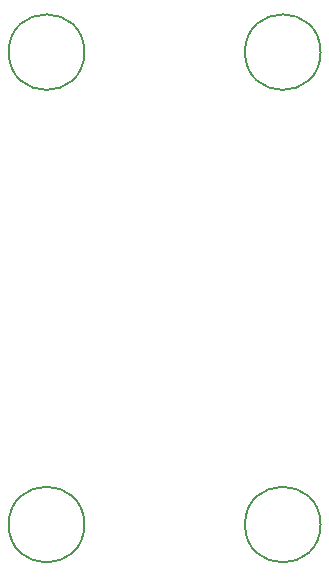
<source format=gbr>
G04 #@! TF.GenerationSoftware,KiCad,Pcbnew,7.0.5-7.0.5~ubuntu22.04.1*
G04 #@! TF.CreationDate,2023-06-19T14:44:42+01:00*
G04 #@! TF.ProjectId,logic_board,6c6f6769-635f-4626-9f61-72642e6b6963,rev?*
G04 #@! TF.SameCoordinates,Original*
G04 #@! TF.FileFunction,Other,Comment*
%FSLAX46Y46*%
G04 Gerber Fmt 4.6, Leading zero omitted, Abs format (unit mm)*
G04 Created by KiCad (PCBNEW 7.0.5-7.0.5~ubuntu22.04.1) date 2023-06-19 14:44:42*
%MOMM*%
%LPD*%
G01*
G04 APERTURE LIST*
%ADD10C,0.150000*%
G04 APERTURE END LIST*
D10*
G04 #@! TO.C,H4*
X117399999Y-114000001D02*
G75*
G03*
X117399999Y-114000001I-3200000J0D01*
G01*
G04 #@! TO.C,H1*
X137400000Y-74000000D02*
G75*
G03*
X137400000Y-74000000I-3200000J0D01*
G01*
G04 #@! TO.C,H3*
X137400000Y-114000000D02*
G75*
G03*
X137400000Y-114000000I-3200000J0D01*
G01*
G04 #@! TO.C,H2*
X117400000Y-74000000D02*
G75*
G03*
X117400000Y-74000000I-3200000J0D01*
G01*
G04 #@! TD*
M02*

</source>
